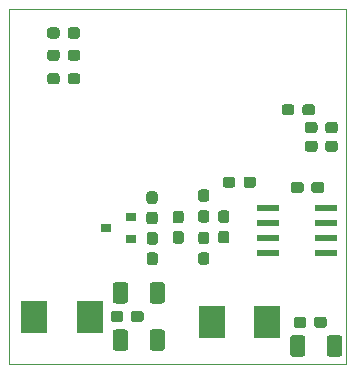
<source format=gbr>
%TF.GenerationSoftware,KiCad,Pcbnew,(5.1.6)-1*%
%TF.CreationDate,2021-09-30T15:23:07+02:00*%
%TF.ProjectId,Board,426f6172-642e-46b6-9963-61645f706362,rev?*%
%TF.SameCoordinates,PX367e320PY64168f0*%
%TF.FileFunction,Paste,Bot*%
%TF.FilePolarity,Positive*%
%FSLAX46Y46*%
G04 Gerber Fmt 4.6, Leading zero omitted, Abs format (unit mm)*
G04 Created by KiCad (PCBNEW (5.1.6)-1) date 2021-09-30 15:23:07*
%MOMM*%
%LPD*%
G01*
G04 APERTURE LIST*
%TA.AperFunction,Profile*%
%ADD10C,0.050000*%
%TD*%
%ADD11R,2.200000X2.750000*%
%ADD12R,1.981200X0.558800*%
%ADD13R,0.900000X0.800000*%
G04 APERTURE END LIST*
D10*
X28500000Y0D02*
X0Y0D01*
X28500000Y30000000D02*
X28500000Y0D01*
X0Y30000000D02*
X28500000Y30000000D01*
X0Y0D02*
X0Y30000000D01*
G36*
G01*
X25600000Y14682500D02*
X25600000Y15157500D01*
G75*
G02*
X25837500Y15395000I237500J0D01*
G01*
X26437500Y15395000D01*
G75*
G02*
X26675000Y15157500I0J-237500D01*
G01*
X26675000Y14682500D01*
G75*
G02*
X26437500Y14445000I-237500J0D01*
G01*
X25837500Y14445000D01*
G75*
G02*
X25600000Y14682500I0J237500D01*
G01*
G37*
G36*
G01*
X23875000Y14682500D02*
X23875000Y15157500D01*
G75*
G02*
X24112500Y15395000I237500J0D01*
G01*
X24712500Y15395000D01*
G75*
G02*
X24950000Y15157500I0J-237500D01*
G01*
X24950000Y14682500D01*
G75*
G02*
X24712500Y14445000I-237500J0D01*
G01*
X24112500Y14445000D01*
G75*
G02*
X23875000Y14682500I0J237500D01*
G01*
G37*
D11*
X21850000Y3500000D03*
X17150000Y3500000D03*
X6850000Y4000000D03*
X2150000Y4000000D03*
G36*
G01*
X26125000Y20237500D02*
X26125000Y19762500D01*
G75*
G02*
X25887500Y19525000I-237500J0D01*
G01*
X25287500Y19525000D01*
G75*
G02*
X25050000Y19762500I0J237500D01*
G01*
X25050000Y20237500D01*
G75*
G02*
X25287500Y20475000I237500J0D01*
G01*
X25887500Y20475000D01*
G75*
G02*
X26125000Y20237500I0J-237500D01*
G01*
G37*
G36*
G01*
X27850000Y20237500D02*
X27850000Y19762500D01*
G75*
G02*
X27612500Y19525000I-237500J0D01*
G01*
X27012500Y19525000D01*
G75*
G02*
X26775000Y19762500I0J237500D01*
G01*
X26775000Y20237500D01*
G75*
G02*
X27012500Y20475000I237500J0D01*
G01*
X27612500Y20475000D01*
G75*
G02*
X27850000Y20237500I0J-237500D01*
G01*
G37*
G36*
G01*
X26125000Y18647500D02*
X26125000Y18172500D01*
G75*
G02*
X25887500Y17935000I-237500J0D01*
G01*
X25287500Y17935000D01*
G75*
G02*
X25050000Y18172500I0J237500D01*
G01*
X25050000Y18647500D01*
G75*
G02*
X25287500Y18885000I237500J0D01*
G01*
X25887500Y18885000D01*
G75*
G02*
X26125000Y18647500I0J-237500D01*
G01*
G37*
G36*
G01*
X27850000Y18647500D02*
X27850000Y18172500D01*
G75*
G02*
X27612500Y17935000I-237500J0D01*
G01*
X27012500Y17935000D01*
G75*
G02*
X26775000Y18172500I0J237500D01*
G01*
X26775000Y18647500D01*
G75*
G02*
X27012500Y18885000I237500J0D01*
G01*
X27612500Y18885000D01*
G75*
G02*
X27850000Y18647500I0J-237500D01*
G01*
G37*
G36*
G01*
X25825000Y3262500D02*
X25825000Y3737500D01*
G75*
G02*
X26062500Y3975000I237500J0D01*
G01*
X26662500Y3975000D01*
G75*
G02*
X26900000Y3737500I0J-237500D01*
G01*
X26900000Y3262500D01*
G75*
G02*
X26662500Y3025000I-237500J0D01*
G01*
X26062500Y3025000D01*
G75*
G02*
X25825000Y3262500I0J237500D01*
G01*
G37*
G36*
G01*
X24100000Y3262500D02*
X24100000Y3737500D01*
G75*
G02*
X24337500Y3975000I237500J0D01*
G01*
X24937500Y3975000D01*
G75*
G02*
X25175000Y3737500I0J-237500D01*
G01*
X25175000Y3262500D01*
G75*
G02*
X24937500Y3025000I-237500J0D01*
G01*
X24337500Y3025000D01*
G75*
G02*
X24100000Y3262500I0J237500D01*
G01*
G37*
G36*
G01*
X10325000Y3762500D02*
X10325000Y4237500D01*
G75*
G02*
X10562500Y4475000I237500J0D01*
G01*
X11162500Y4475000D01*
G75*
G02*
X11400000Y4237500I0J-237500D01*
G01*
X11400000Y3762500D01*
G75*
G02*
X11162500Y3525000I-237500J0D01*
G01*
X10562500Y3525000D01*
G75*
G02*
X10325000Y3762500I0J237500D01*
G01*
G37*
G36*
G01*
X8600000Y3762500D02*
X8600000Y4237500D01*
G75*
G02*
X8837500Y4475000I237500J0D01*
G01*
X9437500Y4475000D01*
G75*
G02*
X9675000Y4237500I0J-237500D01*
G01*
X9675000Y3762500D01*
G75*
G02*
X9437500Y3525000I-237500J0D01*
G01*
X8837500Y3525000D01*
G75*
G02*
X8600000Y3762500I0J237500D01*
G01*
G37*
G36*
G01*
X18417500Y11912500D02*
X17942500Y11912500D01*
G75*
G02*
X17705000Y12150000I0J237500D01*
G01*
X17705000Y12750000D01*
G75*
G02*
X17942500Y12987500I237500J0D01*
G01*
X18417500Y12987500D01*
G75*
G02*
X18655000Y12750000I0J-237500D01*
G01*
X18655000Y12150000D01*
G75*
G02*
X18417500Y11912500I-237500J0D01*
G01*
G37*
G36*
G01*
X18417500Y10187500D02*
X17942500Y10187500D01*
G75*
G02*
X17705000Y10425000I0J237500D01*
G01*
X17705000Y11025000D01*
G75*
G02*
X17942500Y11262500I237500J0D01*
G01*
X18417500Y11262500D01*
G75*
G02*
X18655000Y11025000I0J-237500D01*
G01*
X18655000Y10425000D01*
G75*
G02*
X18417500Y10187500I-237500J0D01*
G01*
G37*
G36*
G01*
X14092500Y11229000D02*
X14567500Y11229000D01*
G75*
G02*
X14805000Y10991500I0J-237500D01*
G01*
X14805000Y10391500D01*
G75*
G02*
X14567500Y10154000I-237500J0D01*
G01*
X14092500Y10154000D01*
G75*
G02*
X13855000Y10391500I0J237500D01*
G01*
X13855000Y10991500D01*
G75*
G02*
X14092500Y11229000I237500J0D01*
G01*
G37*
G36*
G01*
X14092500Y12954000D02*
X14567500Y12954000D01*
G75*
G02*
X14805000Y12716500I0J-237500D01*
G01*
X14805000Y12116500D01*
G75*
G02*
X14567500Y11879000I-237500J0D01*
G01*
X14092500Y11879000D01*
G75*
G02*
X13855000Y12116500I0J237500D01*
G01*
X13855000Y12716500D01*
G75*
G02*
X14092500Y12954000I237500J0D01*
G01*
G37*
G36*
G01*
X12367500Y10075000D02*
X11892500Y10075000D01*
G75*
G02*
X11655000Y10312500I0J237500D01*
G01*
X11655000Y10912500D01*
G75*
G02*
X11892500Y11150000I237500J0D01*
G01*
X12367500Y11150000D01*
G75*
G02*
X12605000Y10912500I0J-237500D01*
G01*
X12605000Y10312500D01*
G75*
G02*
X12367500Y10075000I-237500J0D01*
G01*
G37*
G36*
G01*
X12367500Y8350000D02*
X11892500Y8350000D01*
G75*
G02*
X11655000Y8587500I0J237500D01*
G01*
X11655000Y9187500D01*
G75*
G02*
X11892500Y9425000I237500J0D01*
G01*
X12367500Y9425000D01*
G75*
G02*
X12605000Y9187500I0J-237500D01*
G01*
X12605000Y8587500D01*
G75*
G02*
X12367500Y8350000I-237500J0D01*
G01*
G37*
G36*
G01*
X12347500Y13525000D02*
X11872500Y13525000D01*
G75*
G02*
X11635000Y13762500I0J237500D01*
G01*
X11635000Y14362500D01*
G75*
G02*
X11872500Y14600000I237500J0D01*
G01*
X12347500Y14600000D01*
G75*
G02*
X12585000Y14362500I0J-237500D01*
G01*
X12585000Y13762500D01*
G75*
G02*
X12347500Y13525000I-237500J0D01*
G01*
G37*
G36*
G01*
X12347500Y11800000D02*
X11872500Y11800000D01*
G75*
G02*
X11635000Y12037500I0J237500D01*
G01*
X11635000Y12637500D01*
G75*
G02*
X11872500Y12875000I237500J0D01*
G01*
X12347500Y12875000D01*
G75*
G02*
X12585000Y12637500I0J-237500D01*
G01*
X12585000Y12037500D01*
G75*
G02*
X12347500Y11800000I-237500J0D01*
G01*
G37*
G36*
G01*
X11900000Y5349998D02*
X11900000Y6650002D01*
G75*
G02*
X12149998Y6900000I249998J0D01*
G01*
X12975002Y6900000D01*
G75*
G02*
X13225000Y6650002I0J-249998D01*
G01*
X13225000Y5349998D01*
G75*
G02*
X12975002Y5100000I-249998J0D01*
G01*
X12149998Y5100000D01*
G75*
G02*
X11900000Y5349998I0J249998D01*
G01*
G37*
G36*
G01*
X8775000Y5349998D02*
X8775000Y6650002D01*
G75*
G02*
X9024998Y6900000I249998J0D01*
G01*
X9850002Y6900000D01*
G75*
G02*
X10100000Y6650002I0J-249998D01*
G01*
X10100000Y5349998D01*
G75*
G02*
X9850002Y5100000I-249998J0D01*
G01*
X9024998Y5100000D01*
G75*
G02*
X8775000Y5349998I0J249998D01*
G01*
G37*
G36*
G01*
X26900000Y849998D02*
X26900000Y2150002D01*
G75*
G02*
X27149998Y2400000I249998J0D01*
G01*
X27975002Y2400000D01*
G75*
G02*
X28225000Y2150002I0J-249998D01*
G01*
X28225000Y849998D01*
G75*
G02*
X27975002Y600000I-249998J0D01*
G01*
X27149998Y600000D01*
G75*
G02*
X26900000Y849998I0J249998D01*
G01*
G37*
G36*
G01*
X23775000Y849998D02*
X23775000Y2150002D01*
G75*
G02*
X24024998Y2400000I249998J0D01*
G01*
X24850002Y2400000D01*
G75*
G02*
X25100000Y2150002I0J-249998D01*
G01*
X25100000Y849998D01*
G75*
G02*
X24850002Y600000I-249998J0D01*
G01*
X24024998Y600000D01*
G75*
G02*
X23775000Y849998I0J249998D01*
G01*
G37*
G36*
G01*
X11900000Y1349998D02*
X11900000Y2650002D01*
G75*
G02*
X12149998Y2900000I249998J0D01*
G01*
X12975002Y2900000D01*
G75*
G02*
X13225000Y2650002I0J-249998D01*
G01*
X13225000Y1349998D01*
G75*
G02*
X12975002Y1100000I-249998J0D01*
G01*
X12149998Y1100000D01*
G75*
G02*
X11900000Y1349998I0J249998D01*
G01*
G37*
G36*
G01*
X8775000Y1349998D02*
X8775000Y2650002D01*
G75*
G02*
X9024998Y2900000I249998J0D01*
G01*
X9850002Y2900000D01*
G75*
G02*
X10100000Y2650002I0J-249998D01*
G01*
X10100000Y1349998D01*
G75*
G02*
X9850002Y1100000I-249998J0D01*
G01*
X9024998Y1100000D01*
G75*
G02*
X8775000Y1349998I0J249998D01*
G01*
G37*
D12*
X26877600Y13205000D03*
X26877600Y11935000D03*
X26877600Y10665000D03*
X26877600Y9395000D03*
X21950000Y9395000D03*
X21950000Y10665000D03*
X21950000Y11935000D03*
X21950000Y13205000D03*
D13*
X10310000Y12440000D03*
X10310000Y10540000D03*
X8210000Y11490000D03*
G36*
G01*
X24150000Y21737500D02*
X24150000Y21262500D01*
G75*
G02*
X23912500Y21025000I-237500J0D01*
G01*
X23337500Y21025000D01*
G75*
G02*
X23100000Y21262500I0J237500D01*
G01*
X23100000Y21737500D01*
G75*
G02*
X23337500Y21975000I237500J0D01*
G01*
X23912500Y21975000D01*
G75*
G02*
X24150000Y21737500I0J-237500D01*
G01*
G37*
G36*
G01*
X25900000Y21737500D02*
X25900000Y21262500D01*
G75*
G02*
X25662500Y21025000I-237500J0D01*
G01*
X25087500Y21025000D01*
G75*
G02*
X24850000Y21262500I0J237500D01*
G01*
X24850000Y21737500D01*
G75*
G02*
X25087500Y21975000I237500J0D01*
G01*
X25662500Y21975000D01*
G75*
G02*
X25900000Y21737500I0J-237500D01*
G01*
G37*
G36*
G01*
X16251500Y13005500D02*
X16726500Y13005500D01*
G75*
G02*
X16964000Y12768000I0J-237500D01*
G01*
X16964000Y12193000D01*
G75*
G02*
X16726500Y11955500I-237500J0D01*
G01*
X16251500Y11955500D01*
G75*
G02*
X16014000Y12193000I0J237500D01*
G01*
X16014000Y12768000D01*
G75*
G02*
X16251500Y13005500I237500J0D01*
G01*
G37*
G36*
G01*
X16251500Y14755500D02*
X16726500Y14755500D01*
G75*
G02*
X16964000Y14518000I0J-237500D01*
G01*
X16964000Y13943000D01*
G75*
G02*
X16726500Y13705500I-237500J0D01*
G01*
X16251500Y13705500D01*
G75*
G02*
X16014000Y13943000I0J237500D01*
G01*
X16014000Y14518000D01*
G75*
G02*
X16251500Y14755500I237500J0D01*
G01*
G37*
G36*
G01*
X16251500Y11176000D02*
X16726500Y11176000D01*
G75*
G02*
X16964000Y10938500I0J-237500D01*
G01*
X16964000Y10363500D01*
G75*
G02*
X16726500Y10126000I-237500J0D01*
G01*
X16251500Y10126000D01*
G75*
G02*
X16014000Y10363500I0J237500D01*
G01*
X16014000Y10938500D01*
G75*
G02*
X16251500Y11176000I237500J0D01*
G01*
G37*
G36*
G01*
X16251500Y9426000D02*
X16726500Y9426000D01*
G75*
G02*
X16964000Y9188500I0J-237500D01*
G01*
X16964000Y8613500D01*
G75*
G02*
X16726500Y8376000I-237500J0D01*
G01*
X16251500Y8376000D01*
G75*
G02*
X16014000Y8613500I0J237500D01*
G01*
X16014000Y9188500D01*
G75*
G02*
X16251500Y9426000I237500J0D01*
G01*
G37*
G36*
G01*
X4980000Y23892500D02*
X4980000Y24367500D01*
G75*
G02*
X5217500Y24605000I237500J0D01*
G01*
X5792500Y24605000D01*
G75*
G02*
X6030000Y24367500I0J-237500D01*
G01*
X6030000Y23892500D01*
G75*
G02*
X5792500Y23655000I-237500J0D01*
G01*
X5217500Y23655000D01*
G75*
G02*
X4980000Y23892500I0J237500D01*
G01*
G37*
G36*
G01*
X3230000Y23892500D02*
X3230000Y24367500D01*
G75*
G02*
X3467500Y24605000I237500J0D01*
G01*
X4042500Y24605000D01*
G75*
G02*
X4280000Y24367500I0J-237500D01*
G01*
X4280000Y23892500D01*
G75*
G02*
X4042500Y23655000I-237500J0D01*
G01*
X3467500Y23655000D01*
G75*
G02*
X3230000Y23892500I0J237500D01*
G01*
G37*
G36*
G01*
X3230000Y25882500D02*
X3230000Y26357500D01*
G75*
G02*
X3467500Y26595000I237500J0D01*
G01*
X4042500Y26595000D01*
G75*
G02*
X4280000Y26357500I0J-237500D01*
G01*
X4280000Y25882500D01*
G75*
G02*
X4042500Y25645000I-237500J0D01*
G01*
X3467500Y25645000D01*
G75*
G02*
X3230000Y25882500I0J237500D01*
G01*
G37*
G36*
G01*
X4980000Y25882500D02*
X4980000Y26357500D01*
G75*
G02*
X5217500Y26595000I237500J0D01*
G01*
X5792500Y26595000D01*
G75*
G02*
X6030000Y26357500I0J-237500D01*
G01*
X6030000Y25882500D01*
G75*
G02*
X5792500Y25645000I-237500J0D01*
G01*
X5217500Y25645000D01*
G75*
G02*
X4980000Y25882500I0J237500D01*
G01*
G37*
G36*
G01*
X4980000Y27762500D02*
X4980000Y28237500D01*
G75*
G02*
X5217500Y28475000I237500J0D01*
G01*
X5792500Y28475000D01*
G75*
G02*
X6030000Y28237500I0J-237500D01*
G01*
X6030000Y27762500D01*
G75*
G02*
X5792500Y27525000I-237500J0D01*
G01*
X5217500Y27525000D01*
G75*
G02*
X4980000Y27762500I0J237500D01*
G01*
G37*
G36*
G01*
X3230000Y27762500D02*
X3230000Y28237500D01*
G75*
G02*
X3467500Y28475000I237500J0D01*
G01*
X4042500Y28475000D01*
G75*
G02*
X4280000Y28237500I0J-237500D01*
G01*
X4280000Y27762500D01*
G75*
G02*
X4042500Y27525000I-237500J0D01*
G01*
X3467500Y27525000D01*
G75*
G02*
X3230000Y27762500I0J237500D01*
G01*
G37*
G36*
G01*
X19163500Y15601500D02*
X19163500Y15126500D01*
G75*
G02*
X18926000Y14889000I-237500J0D01*
G01*
X18351000Y14889000D01*
G75*
G02*
X18113500Y15126500I0J237500D01*
G01*
X18113500Y15601500D01*
G75*
G02*
X18351000Y15839000I237500J0D01*
G01*
X18926000Y15839000D01*
G75*
G02*
X19163500Y15601500I0J-237500D01*
G01*
G37*
G36*
G01*
X20913500Y15601500D02*
X20913500Y15126500D01*
G75*
G02*
X20676000Y14889000I-237500J0D01*
G01*
X20101000Y14889000D01*
G75*
G02*
X19863500Y15126500I0J237500D01*
G01*
X19863500Y15601500D01*
G75*
G02*
X20101000Y15839000I237500J0D01*
G01*
X20676000Y15839000D01*
G75*
G02*
X20913500Y15601500I0J-237500D01*
G01*
G37*
M02*

</source>
